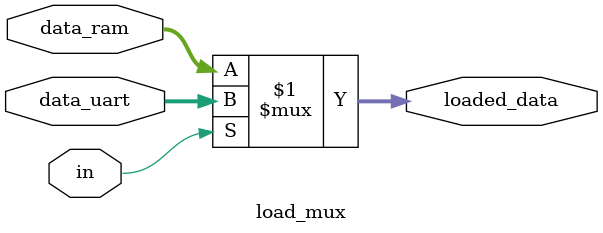
<source format=v>
module load_mux(
    input in,
    input [31:0] data_ram,
    input [31:0] data_uart,
    output [31:0] loaded_data
);

assign loaded_data = (in) ? data_uart : data_ram;

endmodule

</source>
